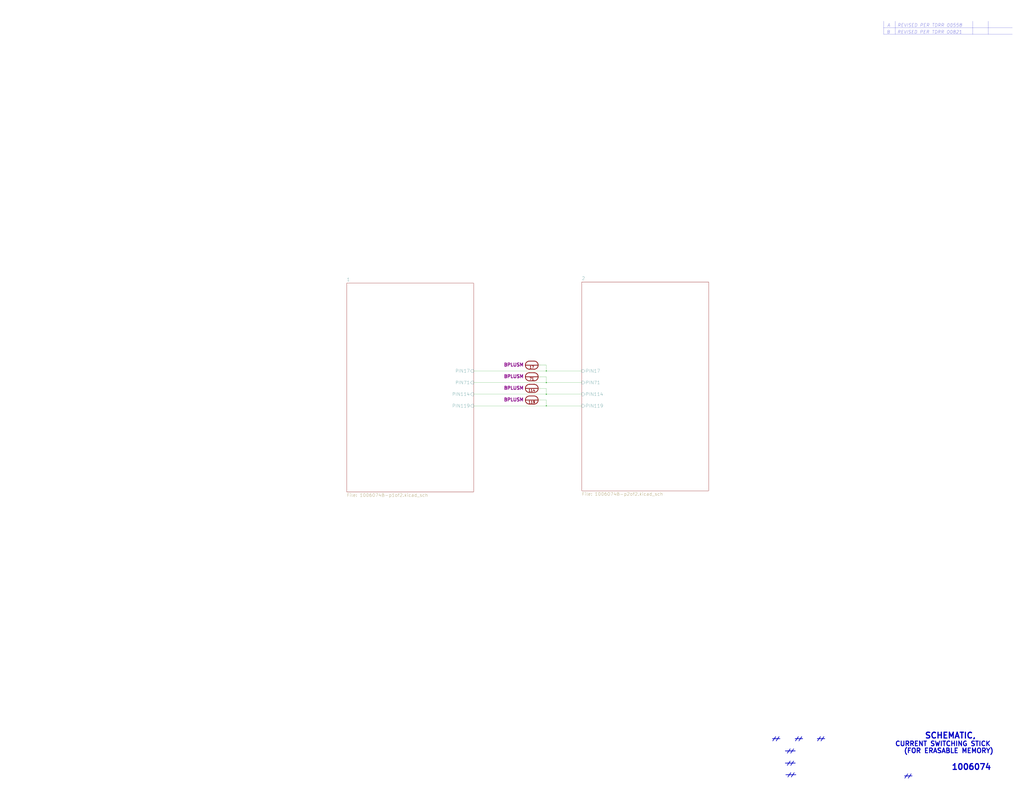
<source format=kicad_sch>
(kicad_sch (version 20211123) (generator eeschema)
  (paper "E")
  (lib_symbols
    (symbol "AGC_DSKY:ConnectorBlockI" (pin_numbers hide) (pin_names (offset 0) hide)
      (property "Caption" "PAD" (at 0 5.715 0))
      (property "Pin0" "NNN" (at 0 0.762 0))
      (symbol "ConnectorBlockI_0_0"
        (arc (start -2.54 4.445) (mid -6.985 0) (end -2.54 -4.445) (stroke (width 0.762)))
        (polyline (pts (xy -6.985 0) (xy 6.985 0)) (stroke (width 0.762)))
        (polyline (pts (xy -2.54 -4.445) (xy 2.54 -4.445)) (stroke (width 0.762)))
        (polyline (pts (xy -2.54 4.445) (xy 2.54 4.445)) (stroke (width 0.762)))
        (arc (start 2.54 -4.445) (mid 6.985 0) (end 2.54 4.445) (stroke (width 0.762)))
      )
      (symbol "ConnectorBlockI_1_0"
        (text "1" (at 0 -2.286 0) (effects (font (size 2.54 2.54) bold)))
      )
      (symbol "ConnectorBlockI_1_1"
        (pin passive line (at 6.985 0 180) (length 0) (name "1") (number "1"))
      )
      (symbol "ConnectorBlockI_1_2"
        (pin passive line (at 0 4.445 270) (length 0) (name "1") (number "1"))
      )
      (symbol "ConnectorBlockI_2_0"
        (text "2" (at 0 -2.286 0) (effects (font (size 2.54 2.54) bold)))
      )
      (symbol "ConnectorBlockI_2_1"
        (pin passive line (at 6.985 0 180) (length 0) (name "2") (number "2"))
      )
      (symbol "ConnectorBlockI_2_2"
        (pin passive line (at 0 4.445 270) (length 0) (name "2") (number "2"))
      )
      (symbol "ConnectorBlockI_3_0"
        (text "3" (at 0 -2.286 0) (effects (font (size 2.54 2.54) bold)))
      )
      (symbol "ConnectorBlockI_3_1"
        (pin passive line (at 6.985 0 180) (length 0) (name "3") (number "3"))
      )
      (symbol "ConnectorBlockI_3_2"
        (pin passive line (at 0 4.445 270) (length 0) (name "3") (number "3"))
      )
      (symbol "ConnectorBlockI_4_0"
        (text "4" (at 0 -2.286 0) (effects (font (size 2.54 2.54) bold)))
      )
      (symbol "ConnectorBlockI_4_1"
        (pin passive line (at 6.985 0 180) (length 0) (name "4") (number "4"))
      )
      (symbol "ConnectorBlockI_4_2"
        (pin passive line (at 0 4.445 270) (length 0) (name "4") (number "4"))
      )
      (symbol "ConnectorBlockI_5_0"
        (text "5" (at 0 -2.286 0) (effects (font (size 2.54 2.54) bold)))
      )
      (symbol "ConnectorBlockI_5_1"
        (pin passive line (at 6.985 0 180) (length 0) (name "5") (number "5"))
      )
      (symbol "ConnectorBlockI_5_2"
        (pin passive line (at 0 4.445 270) (length 0) (name "5") (number "5"))
      )
      (symbol "ConnectorBlockI_6_0"
        (text "6" (at 0 -2.286 0) (effects (font (size 2.54 2.54) bold)))
      )
      (symbol "ConnectorBlockI_6_1"
        (pin passive line (at 6.985 0 180) (length 0) (name "6") (number "6"))
      )
      (symbol "ConnectorBlockI_6_2"
        (pin passive line (at 0 4.445 270) (length 0) (name "6") (number "6"))
      )
      (symbol "ConnectorBlockI_7_0"
        (text "7" (at 0 -2.286 0) (effects (font (size 2.54 2.54) bold)))
      )
      (symbol "ConnectorBlockI_7_1"
        (pin passive line (at 6.985 0 180) (length 0) (name "7") (number "7"))
      )
      (symbol "ConnectorBlockI_7_2"
        (pin passive line (at 0 4.445 270) (length 0) (name "7") (number "7"))
      )
      (symbol "ConnectorBlockI_8_0"
        (text "8" (at 0 -2.286 0) (effects (font (size 2.54 2.54) bold)))
      )
      (symbol "ConnectorBlockI_8_1"
        (pin passive line (at 6.985 0 180) (length 0) (name "8") (number "8"))
      )
      (symbol "ConnectorBlockI_8_2"
        (pin passive line (at 0 4.445 270) (length 0) (name "8") (number "8"))
      )
      (symbol "ConnectorBlockI_9_0"
        (text "9" (at 0 -2.286 0) (effects (font (size 2.54 2.54) bold)))
      )
      (symbol "ConnectorBlockI_9_1"
        (pin passive line (at 6.985 0 180) (length 0) (name "9") (number "9"))
      )
      (symbol "ConnectorBlockI_9_2"
        (pin passive line (at 0 4.445 270) (length 0) (name "9") (number "9"))
      )
      (symbol "ConnectorBlockI_10_0"
        (text "10" (at 0 -2.286 0) (effects (font (size 2.54 2.54) bold)))
      )
      (symbol "ConnectorBlockI_10_1"
        (pin passive line (at 6.985 0 180) (length 0) (name "10") (number "10"))
      )
      (symbol "ConnectorBlockI_10_2"
        (pin passive line (at 0 4.445 270) (length 0) (name "10") (number "10"))
      )
      (symbol "ConnectorBlockI_11_0"
        (text "11" (at 0 -2.286 0) (effects (font (size 2.54 2.54) bold)))
      )
      (symbol "ConnectorBlockI_11_1"
        (pin passive line (at 6.985 0 180) (length 0) (name "11") (number "11"))
      )
      (symbol "ConnectorBlockI_11_2"
        (pin passive line (at 0 4.445 270) (length 0) (name "11") (number "11"))
      )
      (symbol "ConnectorBlockI_12_0"
        (text "12" (at 0 -2.286 0) (effects (font (size 2.54 2.54) bold)))
      )
      (symbol "ConnectorBlockI_12_1"
        (pin passive line (at 6.985 0 180) (length 0) (name "12") (number "12"))
      )
      (symbol "ConnectorBlockI_12_2"
        (pin passive line (at 0 4.445 270) (length 0) (name "12") (number "12"))
      )
      (symbol "ConnectorBlockI_13_0"
        (text "13" (at 0 -2.286 0) (effects (font (size 2.54 2.54) bold)))
      )
      (symbol "ConnectorBlockI_13_1"
        (pin passive line (at 6.985 0 180) (length 0) (name "13") (number "13"))
      )
      (symbol "ConnectorBlockI_13_2"
        (pin passive line (at 0 4.445 270) (length 0) (name "13") (number "13"))
      )
      (symbol "ConnectorBlockI_14_0"
        (text "14" (at 0 -2.286 0) (effects (font (size 2.54 2.54) bold)))
      )
      (symbol "ConnectorBlockI_14_1"
        (pin passive line (at 6.985 0 180) (length 0) (name "14") (number "14"))
      )
      (symbol "ConnectorBlockI_14_2"
        (pin passive line (at 0 4.445 270) (length 0) (name "14") (number "14"))
      )
      (symbol "ConnectorBlockI_15_0"
        (text "15" (at 0 -2.286 0) (effects (font (size 2.54 2.54) bold)))
      )
      (symbol "ConnectorBlockI_15_1"
        (pin passive line (at 6.985 0 180) (length 0) (name "15") (number "15"))
      )
      (symbol "ConnectorBlockI_15_2"
        (pin passive line (at 0 4.445 270) (length 0) (name "15") (number "15"))
      )
      (symbol "ConnectorBlockI_16_0"
        (text "16" (at 0 -2.286 0) (effects (font (size 2.54 2.54) bold)))
      )
      (symbol "ConnectorBlockI_16_1"
        (pin passive line (at 6.985 0 180) (length 0) (name "16") (number "16"))
      )
      (symbol "ConnectorBlockI_16_2"
        (pin passive line (at 0 4.445 270) (length 0) (name "16") (number "16"))
      )
      (symbol "ConnectorBlockI_17_0"
        (text "17" (at 0 -2.286 0) (effects (font (size 2.54 2.54) bold)))
      )
      (symbol "ConnectorBlockI_17_1"
        (pin passive line (at 6.985 0 180) (length 0) (name "17") (number "17"))
      )
      (symbol "ConnectorBlockI_17_2"
        (pin passive line (at 0 4.445 270) (length 0) (name "17") (number "17"))
      )
      (symbol "ConnectorBlockI_18_0"
        (text "18" (at 0 -2.286 0) (effects (font (size 2.54 2.54) bold)))
      )
      (symbol "ConnectorBlockI_18_1"
        (pin passive line (at 6.985 0 180) (length 0) (name "18") (number "18"))
      )
      (symbol "ConnectorBlockI_18_2"
        (pin passive line (at 0 4.445 270) (length 0) (name "18") (number "18"))
      )
      (symbol "ConnectorBlockI_19_0"
        (text "19" (at 0 -2.286 0) (effects (font (size 2.54 2.54) bold)))
      )
      (symbol "ConnectorBlockI_19_1"
        (pin passive line (at 6.985 0 180) (length 0) (name "19") (number "19"))
      )
      (symbol "ConnectorBlockI_19_2"
        (pin passive line (at 0 4.445 270) (length 0) (name "19") (number "19"))
      )
      (symbol "ConnectorBlockI_20_0"
        (text "20" (at 0 -2.286 0) (effects (font (size 2.54 2.54) bold)))
      )
      (symbol "ConnectorBlockI_20_1"
        (pin passive line (at 6.985 0 180) (length 0) (name "20") (number "20"))
      )
      (symbol "ConnectorBlockI_20_2"
        (pin passive line (at 0 4.445 270) (length 0) (name "20") (number "20"))
      )
      (symbol "ConnectorBlockI_21_0"
        (text "21" (at 0 -2.286 0) (effects (font (size 2.54 2.54) bold)))
      )
      (symbol "ConnectorBlockI_21_1"
        (pin passive line (at 6.985 0 180) (length 0) (name "21") (number "21"))
      )
      (symbol "ConnectorBlockI_21_2"
        (pin passive line (at 0 4.445 270) (length 0) (name "21") (number "21"))
      )
      (symbol "ConnectorBlockI_22_0"
        (text "22" (at 0 -2.286 0) (effects (font (size 2.54 2.54) bold)))
      )
      (symbol "ConnectorBlockI_22_1"
        (pin passive line (at 6.985 0 180) (length 0) (name "22") (number "22"))
      )
      (symbol "ConnectorBlockI_22_2"
        (pin passive line (at 0 4.445 270) (length 0) (name "22") (number "22"))
      )
      (symbol "ConnectorBlockI_23_0"
        (text "23" (at 0 -2.286 0) (effects (font (size 2.54 2.54) bold)))
      )
      (symbol "ConnectorBlockI_23_1"
        (pin passive line (at 6.985 0 180) (length 0) (name "23") (number "23"))
      )
      (symbol "ConnectorBlockI_23_2"
        (pin passive line (at 0 4.445 270) (length 0) (name "23") (number "23"))
      )
      (symbol "ConnectorBlockI_24_0"
        (text "24" (at 0 -2.286 0) (effects (font (size 2.54 2.54) bold)))
      )
      (symbol "ConnectorBlockI_24_1"
        (pin passive line (at 6.985 0 180) (length 0) (name "24") (number "24"))
      )
      (symbol "ConnectorBlockI_24_2"
        (pin passive line (at 0 4.445 270) (length 0) (name "24") (number "24"))
      )
      (symbol "ConnectorBlockI_25_0"
        (text "25" (at 0 -2.286 0) (effects (font (size 2.54 2.54) bold)))
      )
      (symbol "ConnectorBlockI_25_1"
        (pin passive line (at 6.985 0 180) (length 0) (name "25") (number "25"))
      )
      (symbol "ConnectorBlockI_25_2"
        (pin passive line (at 0 4.445 270) (length 0) (name "25") (number "25"))
      )
      (symbol "ConnectorBlockI_26_0"
        (text "26" (at 0 -2.286 0) (effects (font (size 2.54 2.54) bold)))
      )
      (symbol "ConnectorBlockI_26_1"
        (pin passive line (at 6.985 0 180) (length 0) (name "26") (number "26"))
      )
      (symbol "ConnectorBlockI_26_2"
        (pin passive line (at 0 4.445 270) (length 0) (name "26") (number "26"))
      )
      (symbol "ConnectorBlockI_27_0"
        (text "27" (at 0 -2.286 0) (effects (font (size 2.54 2.54) bold)))
      )
      (symbol "ConnectorBlockI_27_1"
        (pin passive line (at 6.985 0 180) (length 0) (name "27") (number "27"))
      )
      (symbol "ConnectorBlockI_27_2"
        (pin passive line (at 0 4.445 270) (length 0) (name "27") (number "27"))
      )
      (symbol "ConnectorBlockI_28_0"
        (text "28" (at 0 -2.286 0) (effects (font (size 2.54 2.54) bold)))
      )
      (symbol "ConnectorBlockI_28_1"
        (pin passive line (at 6.985 0 180) (length 0) (name "28") (number "28"))
      )
      (symbol "ConnectorBlockI_28_2"
        (pin passive line (at 0 4.445 270) (length 0) (name "28") (number "28"))
      )
      (symbol "ConnectorBlockI_29_0"
        (text "29" (at 0 -2.286 0) (effects (font (size 2.54 2.54) bold)))
      )
      (symbol "ConnectorBlockI_29_1"
        (pin passive line (at 6.985 0 180) (length 0) (name "29") (number "29"))
      )
      (symbol "ConnectorBlockI_29_2"
        (pin passive line (at 0 4.445 270) (length 0) (name "29") (number "29"))
      )
      (symbol "ConnectorBlockI_30_0"
        (text "30" (at 0 -2.286 0) (effects (font (size 2.54 2.54) bold)))
      )
      (symbol "ConnectorBlockI_30_1"
        (pin passive line (at 6.985 0 180) (length 0) (name "30") (number "30"))
      )
      (symbol "ConnectorBlockI_30_2"
        (pin passive line (at 0 4.445 270) (length 0) (name "30") (number "30"))
      )
      (symbol "ConnectorBlockI_31_0"
        (text "31" (at 0 -2.286 0) (effects (font (size 2.54 2.54) bold)))
      )
      (symbol "ConnectorBlockI_31_1"
        (pin passive line (at 6.985 0 180) (length 0) (name "31") (number "31"))
      )
      (symbol "ConnectorBlockI_31_2"
        (pin passive line (at 0 4.445 270) (length 0) (name "31") (number "31"))
      )
      (symbol "ConnectorBlockI_32_0"
        (text "32" (at 0 -2.286 0) (effects (font (size 2.54 2.54) bold)))
      )
      (symbol "ConnectorBlockI_32_1"
        (pin passive line (at 6.985 0 180) (length 0) (name "32") (number "32"))
      )
      (symbol "ConnectorBlockI_32_2"
        (pin passive line (at 0 4.445 270) (length 0) (name "32") (number "32"))
      )
      (symbol "ConnectorBlockI_33_0"
        (text "33" (at 0 -2.286 0) (effects (font (size 2.54 2.54) bold)))
      )
      (symbol "ConnectorBlockI_33_1"
        (pin passive line (at 6.985 0 180) (length 0) (name "33") (number "33"))
      )
      (symbol "ConnectorBlockI_33_2"
        (pin passive line (at 0 4.445 270) (length 0) (name "33") (number "33"))
      )
      (symbol "ConnectorBlockI_34_0"
        (text "34" (at 0 -2.286 0) (effects (font (size 2.54 2.54) bold)))
      )
      (symbol "ConnectorBlockI_34_1"
        (pin passive line (at 6.985 0 180) (length 0) (name "34") (number "34"))
      )
      (symbol "ConnectorBlockI_34_2"
        (pin passive line (at 0 4.445 270) (length 0) (name "34") (number "34"))
      )
      (symbol "ConnectorBlockI_35_0"
        (text "35" (at 0 -2.286 0) (effects (font (size 2.54 2.54) bold)))
      )
      (symbol "ConnectorBlockI_35_1"
        (pin passive line (at 6.985 0 180) (length 0) (name "35") (number "35"))
      )
      (symbol "ConnectorBlockI_35_2"
        (pin passive line (at 0 4.445 270) (length 0) (name "35") (number "35"))
      )
      (symbol "ConnectorBlockI_36_0"
        (text "36" (at 0 -2.286 0) (effects (font (size 2.54 2.54) bold)))
      )
      (symbol "ConnectorBlockI_36_1"
        (pin passive line (at 6.985 0 180) (length 0) (name "36") (number "36"))
      )
      (symbol "ConnectorBlockI_36_2"
        (pin passive line (at 0 4.445 270) (length 0) (name "36") (number "36"))
      )
      (symbol "ConnectorBlockI_37_0"
        (text "37" (at 0 -2.286 0) (effects (font (size 2.54 2.54) bold)))
      )
      (symbol "ConnectorBlockI_37_1"
        (pin passive line (at 6.985 0 180) (length 0) (name "37") (number "37"))
      )
      (symbol "ConnectorBlockI_37_2"
        (pin passive line (at 0 4.445 270) (length 0) (name "37") (number "37"))
      )
      (symbol "ConnectorBlockI_38_0"
        (text "38" (at 0 -2.286 0) (effects (font (size 2.54 2.54) bold)))
      )
      (symbol "ConnectorBlockI_38_1"
        (pin passive line (at 6.985 0 180) (length 0) (name "38") (number "38"))
      )
      (symbol "ConnectorBlockI_38_2"
        (pin passive line (at 0 4.445 270) (length 0) (name "38") (number "38"))
      )
      (symbol "ConnectorBlockI_39_0"
        (text "39" (at 0 -2.286 0) (effects (font (size 2.54 2.54) bold)))
      )
      (symbol "ConnectorBlockI_39_1"
        (pin passive line (at 6.985 0 180) (length 0) (name "39") (number "39"))
      )
      (symbol "ConnectorBlockI_39_2"
        (pin passive line (at 0 4.445 270) (length 0) (name "39") (number "39"))
      )
      (symbol "ConnectorBlockI_40_0"
        (text "40" (at 0 -2.286 0) (effects (font (size 2.54 2.54) bold)))
      )
      (symbol "ConnectorBlockI_40_1"
        (pin passive line (at 6.985 0 180) (length 0) (name "40") (number "40"))
      )
      (symbol "ConnectorBlockI_40_2"
        (pin passive line (at 0 4.445 270) (length 0) (name "40") (number "40"))
      )
      (symbol "ConnectorBlockI_41_0"
        (text "41" (at 0 -2.286 0) (effects (font (size 2.54 2.54) bold)))
      )
      (symbol "ConnectorBlockI_41_1"
        (pin passive line (at 6.985 0 180) (length 0) (name "41") (number "41"))
      )
      (symbol "ConnectorBlockI_41_2"
        (pin passive line (at 0 4.445 270) (length 0) (name "41") (number "41"))
      )
      (symbol "ConnectorBlockI_42_0"
        (text "42" (at 0 -2.286 0) (effects (font (size 2.54 2.54) bold)))
      )
      (symbol "ConnectorBlockI_42_1"
        (pin passive line (at 6.985 0 180) (length 0) (name "42") (number "42"))
      )
      (symbol "ConnectorBlockI_42_2"
        (pin passive line (at 0 4.445 270) (length 0) (name "42") (number "42"))
      )
      (symbol "ConnectorBlockI_43_0"
        (text "43" (at 0 -2.286 0) (effects (font (size 2.54 2.54) bold)))
      )
      (symbol "ConnectorBlockI_43_1"
        (pin passive line (at 6.985 0 180) (length 0) (name "43") (number "43"))
      )
      (symbol "ConnectorBlockI_43_2"
        (pin passive line (at 0 4.445 270) (length 0) (name "43") (number "43"))
      )
      (symbol "ConnectorBlockI_44_0"
        (text "44" (at 0 -2.286 0) (effects (font (size 2.54 2.54) bold)))
      )
      (symbol "ConnectorBlockI_44_1"
        (pin passive line (at 6.985 0 180) (length 0) (name "44") (number "44"))
      )
      (symbol "ConnectorBlockI_44_2"
        (pin passive line (at 0 4.445 270) (length 0) (name "44") (number "44"))
      )
      (symbol "ConnectorBlockI_45_0"
        (text "45" (at 0 -2.286 0) (effects (font (size 2.54 2.54) bold)))
      )
      (symbol "ConnectorBlockI_45_1"
        (pin passive line (at 6.985 0 180) (length 0) (name "45") (number "45"))
      )
      (symbol "ConnectorBlockI_45_2"
        (pin passive line (at 0 4.445 270) (length 0) (name "45") (number "45"))
      )
      (symbol "ConnectorBlockI_46_0"
        (text "46" (at 0 -2.286 0) (effects (font (size 2.54 2.54) bold)))
      )
      (symbol "ConnectorBlockI_46_1"
        (pin passive line (at 6.985 0 180) (length 0) (name "46") (number "46"))
      )
      (symbol "ConnectorBlockI_46_2"
        (pin passive line (at 0 4.445 270) (length 0) (name "46") (number "46"))
      )
      (symbol "ConnectorBlockI_47_0"
        (text "47" (at 0 -2.286 0) (effects (font (size 2.54 2.54) bold)))
      )
      (symbol "ConnectorBlockI_47_1"
        (pin passive line (at 6.985 0 180) (length 0) (name "47") (number "47"))
      )
      (symbol "ConnectorBlockI_47_2"
        (pin passive line (at 0 4.445 270) (length 0) (name "47") (number "47"))
      )
      (symbol "ConnectorBlockI_48_0"
        (text "48" (at 0 -2.286 0) (effects (font (size 2.54 2.54) bold)))
      )
      (symbol "ConnectorBlockI_48_1"
        (pin passive line (at 6.985 0 180) (length 0) (name "48") (number "48"))
      )
      (symbol "ConnectorBlockI_48_2"
        (pin passive line (at 0 4.445 270) (length 0) (name "48") (number "48"))
      )
      (symbol "ConnectorBlockI_49_0"
        (text "49" (at 0 -2.286 0) (effects (font (size 2.54 2.54) bold)))
      )
      (symbol "ConnectorBlockI_49_1"
        (pin passive line (at 6.985 0 180) (length 0) (name "49") (number "49"))
      )
      (symbol "ConnectorBlockI_49_2"
        (pin passive line (at 0 4.445 270) (length 0) (name "49") (number "49"))
      )
      (symbol "ConnectorBlockI_50_0"
        (text "50" (at 0 -2.286 0) (effects (font (size 2.54 2.54) bold)))
      )
      (symbol "ConnectorBlockI_50_1"
        (pin passive line (at 6.985 0 180) (length 0) (name "50") (number "50"))
      )
      (symbol "ConnectorBlockI_50_2"
        (pin passive line (at 0 4.445 270) (length 0) (name "50") (number "50"))
      )
      (symbol "ConnectorBlockI_51_0"
        (text "51" (at 0 -2.286 0) (effects (font (size 2.54 2.54) bold)))
      )
      (symbol "ConnectorBlockI_51_1"
        (pin passive line (at 6.985 0 180) (length 0) (name "51") (number "51"))
      )
      (symbol "ConnectorBlockI_51_2"
        (pin passive line (at 0 4.445 270) (length 0) (name "51") (number "51"))
      )
      (symbol "ConnectorBlockI_52_0"
        (text "52" (at 0 -2.286 0) (effects (font (size 2.54 2.54) bold)))
      )
      (symbol "ConnectorBlockI_52_1"
        (pin passive line (at 6.985 0 180) (length 0) (name "52") (number "52"))
      )
      (symbol "ConnectorBlockI_52_2"
        (pin passive line (at 0 4.445 270) (length 0) (name "52") (number "52"))
      )
      (symbol "ConnectorBlockI_53_0"
        (text "53" (at 0 -2.286 0) (effects (font (size 2.54 2.54) bold)))
      )
      (symbol "ConnectorBlockI_53_1"
        (pin passive line (at 6.985 0 180) (length 0) (name "53") (number "53"))
      )
      (symbol "ConnectorBlockI_53_2"
        (pin passive line (at 0 4.445 270) (length 0) (name "53") (number "53"))
      )
      (symbol "ConnectorBlockI_54_0"
        (text "54" (at 0 -2.286 0) (effects (font (size 2.54 2.54) bold)))
      )
      (symbol "ConnectorBlockI_54_1"
        (pin passive line (at 6.985 0 180) (length 0) (name "54") (number "54"))
      )
      (symbol "ConnectorBlockI_54_2"
        (pin passive line (at 0 4.445 270) (length 0) (name "54") (number "54"))
      )
      (symbol "ConnectorBlockI_55_0"
        (text "55" (at 0 -2.286 0) (effects (font (size 2.54 2.54) bold)))
      )
      (symbol "ConnectorBlockI_55_1"
        (pin passive line (at 6.985 0 180) (length 0) (name "55") (number "55"))
      )
      (symbol "ConnectorBlockI_55_2"
        (pin passive line (at 0 4.445 270) (length 0) (name "55") (number "55"))
      )
      (symbol "ConnectorBlockI_56_0"
        (text "56" (at 0 -2.286 0) (effects (font (size 2.54 2.54) bold)))
      )
      (symbol "ConnectorBlockI_56_1"
        (pin passive line (at 6.985 0 180) (length 0) (name "56") (number "56"))
      )
      (symbol "ConnectorBlockI_56_2"
        (pin passive line (at 0 4.445 270) (length 0) (name "56") (number "56"))
      )
      (symbol "ConnectorBlockI_57_0"
        (text "57" (at 0 -2.286 0) (effects (font (size 2.54 2.54) bold)))
      )
      (symbol "ConnectorBlockI_57_1"
        (pin passive line (at 6.985 0 180) (length 0) (name "57") (number "57"))
      )
      (symbol "ConnectorBlockI_57_2"
        (pin passive line (at 0 4.445 270) (length 0) (name "57") (number "57"))
      )
      (symbol "ConnectorBlockI_58_0"
        (text "58" (at 0 -2.286 0) (effects (font (size 2.54 2.54) bold)))
      )
      (symbol "ConnectorBlockI_58_1"
        (pin passive line (at 6.985 0 180) (length 0) (name "58") (number "58"))
      )
      (symbol "ConnectorBlockI_58_2"
        (pin passive line (at 0 4.445 270) (length 0) (name "58") (number "58"))
      )
      (symbol "ConnectorBlockI_59_0"
        (text "59" (at 0 -2.286 0) (effects (font (size 2.54 2.54) bold)))
      )
      (symbol "ConnectorBlockI_59_1"
        (pin passive line (at 6.985 0 180) (length 0) (name "59") (number "59"))
      )
      (symbol "ConnectorBlockI_59_2"
        (pin passive line (at 0 4.445 270) (length 0) (name "59") (number "59"))
      )
      (symbol "ConnectorBlockI_60_0"
        (text "60" (at 0 -2.286 0) (effects (font (size 2.54 2.54) bold)))
      )
      (symbol "ConnectorBlockI_60_1"
        (pin passive line (at 6.985 0 180) (length 0) (name "60") (number "60"))
      )
      (symbol "ConnectorBlockI_60_2"
        (pin passive line (at 0 4.445 270) (length 0) (name "60") (number "60"))
      )
      (symbol "ConnectorBlockI_61_0"
        (text "61" (at 0 -2.286 0) (effects (font (size 2.54 2.54) bold)))
      )
      (symbol "ConnectorBlockI_61_1"
        (pin passive line (at 6.985 0 180) (length 0) (name "61") (number "61"))
      )
      (symbol "ConnectorBlockI_61_2"
        (pin passive line (at 0 4.445 270) (length 0) (name "61") (number "61"))
      )
      (symbol "ConnectorBlockI_62_0"
        (text "62" (at 0 -2.286 0) (effects (font (size 2.54 2.54) bold)))
      )
      (symbol "ConnectorBlockI_62_1"
        (pin passive line (at 6.985 0 180) (length 0) (name "62") (number "62"))
      )
      (symbol "ConnectorBlockI_62_2"
        (pin passive line (at 0 4.445 270) (length 0) (name "62") (number "62"))
      )
      (symbol "ConnectorBlockI_63_0"
        (text "63" (at 0 -2.286 0) (effects (font (size 2.54 2.54) bold)))
      )
      (symbol "ConnectorBlockI_63_1"
        (pin passive line (at 6.985 0 180) (length 0) (name "63") (number "63"))
      )
      (symbol "ConnectorBlockI_63_2"
        (pin passive line (at 0 4.445 270) (length 0) (name "63") (number "63"))
      )
      (symbol "ConnectorBlockI_64_0"
        (text "64" (at 0 -2.286 0) (effects (font (size 2.54 2.54) bold)))
      )
      (symbol "ConnectorBlockI_64_1"
        (pin passive line (at 6.985 0 180) (length 0) (name "64") (number "64"))
      )
      (symbol "ConnectorBlockI_64_2"
        (pin passive line (at 0 4.445 270) (length 0) (name "64") (number "64"))
      )
      (symbol "ConnectorBlockI_65_0"
        (text "65" (at 0 -2.286 0) (effects (font (size 2.54 2.54) bold)))
      )
      (symbol "ConnectorBlockI_65_1"
        (pin passive line (at 6.985 0 180) (length 0) (name "65") (number "65"))
      )
      (symbol "ConnectorBlockI_65_2"
        (pin passive line (at 0 4.445 270) (length 0) (name "65") (number "65"))
      )
      (symbol "ConnectorBlockI_66_0"
        (text "66" (at 0 -2.286 0) (effects (font (size 2.54 2.54) bold)))
      )
      (symbol "ConnectorBlockI_66_1"
        (pin passive line (at 6.985 0 180) (length 0) (name "66") (number "66"))
      )
      (symbol "ConnectorBlockI_66_2"
        (pin passive line (at 0 4.445 270) (length 0) (name "66") (number "66"))
      )
      (symbol "ConnectorBlockI_67_0"
        (text "67" (at 0 -2.286 0) (effects (font (size 2.54 2.54) bold)))
      )
      (symbol "ConnectorBlockI_67_1"
        (pin passive line (at 6.985 0 180) (length 0) (name "67") (number "67"))
      )
      (symbol "ConnectorBlockI_67_2"
        (pin passive line (at 0 4.445 270) (length 0) (name "67") (number "67"))
      )
      (symbol "ConnectorBlockI_68_0"
        (text "68" (at 0 -2.286 0) (effects (font (size 2.54 2.54) bold)))
      )
      (symbol "ConnectorBlockI_68_1"
        (pin passive line (at 6.985 0 180) (length 0) (name "68") (number "68"))
      )
      (symbol "ConnectorBlockI_68_2"
        (pin passive line (at 0 4.445 270) (length 0) (name "68") (number "68"))
      )
      (symbol "ConnectorBlockI_69_0"
        (text "69" (at 0 -2.286 0) (effects (font (size 2.54 2.54) bold)))
      )
      (symbol "ConnectorBlockI_69_1"
        (pin passive line (at 6.985 0 180) (length 0) (name "69") (number "69"))
      )
      (symbol "ConnectorBlockI_69_2"
        (pin passive line (at 0 4.445 270) (length 0) (name "69") (number "69"))
      )
      (symbol "ConnectorBlockI_70_0"
        (text "70" (at 0 -2.286 0) (effects (font (size 2.54 2.54) bold)))
      )
      (symbol "ConnectorBlockI_70_1"
        (pin passive line (at 6.985 0 180) (length 0) (name "70") (number "70"))
      )
      (symbol "ConnectorBlockI_70_2"
        (pin passive line (at 0 4.445 270) (length 0) (name "70") (number "70"))
      )
      (symbol "ConnectorBlockI_71_0"
        (text "71" (at 0 -2.286 0) (effects (font (size 2.54 2.54) bold)))
      )
      (symbol "ConnectorBlockI_71_1"
        (pin passive line (at 6.985 0 180) (length 0) (name "71") (number "71"))
      )
      (symbol "ConnectorBlockI_71_2"
        (pin passive line (at 0 4.445 270) (length 0) (name "71") (number "71"))
      )
      (symbol "ConnectorBlockI_72_0"
        (text "72" (at 0 -2.286 0) (effects (font (size 2.54 2.54) bold)))
      )
      (symbol "ConnectorBlockI_72_1"
        (pin passive line (at 6.985 0 180) (length 0) (name "72") (number "72"))
      )
      (symbol "ConnectorBlockI_72_2"
        (pin passive line (at 0 4.445 270) (length 0) (name "72") (number "72"))
      )
      (symbol "ConnectorBlockI_73_0"
        (text "73" (at 0 -2.286 0) (effects (font (size 2.54 2.54) bold)))
      )
      (symbol "ConnectorBlockI_73_1"
        (pin passive line (at 6.985 0 180) (length 0) (name "73") (number "73"))
      )
      (symbol "ConnectorBlockI_73_2"
        (pin passive line (at 0 4.445 270) (length 0) (name "73") (number "73"))
      )
      (symbol "ConnectorBlockI_74_0"
        (text "74" (at 0 -2.286 0) (effects (font (size 2.54 2.54) bold)))
      )
      (symbol "ConnectorBlockI_74_1"
        (pin passive line (at 6.985 0 180) (length 0) (name "74") (number "74"))
      )
      (symbol "ConnectorBlockI_74_2"
        (pin passive line (at 0 4.445 270) (length 0) (name "74") (number "74"))
      )
      (symbol "ConnectorBlockI_75_0"
        (text "75" (at 0 -2.286 0) (effects (font (size 2.54 2.54) bold)))
      )
      (symbol "ConnectorBlockI_75_1"
        (pin passive line (at 6.985 0 180) (length 0) (name "75") (number "75"))
      )
      (symbol "ConnectorBlockI_75_2"
        (pin passive line (at 0 4.445 270) (length 0) (name "75") (number "75"))
      )
      (symbol "ConnectorBlockI_76_0"
        (text "76" (at 0 -2.286 0) (effects (font (size 2.54 2.54) bold)))
      )
      (symbol "ConnectorBlockI_76_1"
        (pin passive line (at 6.985 0 180) (length 0) (name "76") (number "76"))
      )
      (symbol "ConnectorBlockI_76_2"
        (pin passive line (at 0 4.445 270) (length 0) (name "76") (number "76"))
      )
      (symbol "ConnectorBlockI_77_0"
        (text "77" (at 0 -2.286 0) (effects (font (size 2.54 2.54) bold)))
      )
      (symbol "ConnectorBlockI_77_1"
        (pin passive line (at 6.985 0 180) (length 0) (name "77") (number "77"))
      )
      (symbol "ConnectorBlockI_77_2"
        (pin passive line (at 0 4.445 270) (length 0) (name "77") (number "77"))
      )
      (symbol "ConnectorBlockI_78_0"
        (text "78" (at 0 -2.286 0) (effects (font (size 2.54 2.54) bold)))
      )
      (symbol "ConnectorBlockI_78_1"
        (pin passive line (at 6.985 0 180) (length 0) (name "78") (number "78"))
      )
      (symbol "ConnectorBlockI_78_2"
        (pin passive line (at 0 4.445 270) (length 0) (name "78") (number "78"))
      )
      (symbol "ConnectorBlockI_79_0"
        (text "79" (at 0 -2.286 0) (effects (font (size 2.54 2.54) bold)))
      )
      (symbol "ConnectorBlockI_79_1"
        (pin passive line (at 6.985 0 180) (length 0) (name "79") (number "79"))
      )
      (symbol "ConnectorBlockI_79_2"
        (pin passive line (at 0 4.445 270) (length 0) (name "79") (number "79"))
      )
      (symbol "ConnectorBlockI_80_0"
        (text "80" (at 0 -2.286 0) (effects (font (size 2.54 2.54) bold)))
      )
      (symbol "ConnectorBlockI_80_1"
        (pin passive line (at 6.985 0 180) (length 0) (name "80") (number "80"))
      )
      (symbol "ConnectorBlockI_80_2"
        (pin passive line (at 0 4.445 270) (length 0) (name "80") (number "80"))
      )
      (symbol "ConnectorBlockI_81_0"
        (text "81" (at 0 -2.286 0) (effects (font (size 2.54 2.54) bold)))
      )
      (symbol "ConnectorBlockI_81_1"
        (pin passive line (at 6.985 0 180) (length 0) (name "81") (number "81"))
      )
      (symbol "ConnectorBlockI_81_2"
        (pin passive line (at 0 4.445 270) (length 0) (name "81") (number "81"))
      )
      (symbol "ConnectorBlockI_82_0"
        (text "82" (at 0 -2.286 0) (effects (font (size 2.54 2.54) bold)))
      )
      (symbol "ConnectorBlockI_82_1"
        (pin passive line (at 6.985 0 180) (length 0) (name "82") (number "82"))
      )
      (symbol "ConnectorBlockI_82_2"
        (pin passive line (at 0 4.445 270) (length 0) (name "82") (number "82"))
      )
      (symbol "ConnectorBlockI_83_0"
        (text "83" (at 0 -2.286 0) (effects (font (size 2.54 2.54) bold)))
      )
      (symbol "ConnectorBlockI_83_1"
        (pin passive line (at 6.985 0 180) (length 0) (name "83") (number "83"))
      )
      (symbol "ConnectorBlockI_83_2"
        (pin passive line (at 0 4.445 270) (length 0) (name "83") (number "83"))
      )
      (symbol "ConnectorBlockI_84_0"
        (text "84" (at 0 -2.286 0) (effects (font (size 2.54 2.54) bold)))
      )
      (symbol "ConnectorBlockI_84_1"
        (pin passive line (at 6.985 0 180) (length 0) (name "84") (number "84"))
      )
      (symbol "ConnectorBlockI_84_2"
        (pin passive line (at 0 4.445 270) (length 0) (name "84") (number "84"))
      )
      (symbol "ConnectorBlockI_85_0"
        (text "85" (at 0 -2.286 0) (effects (font (size 2.54 2.54) bold)))
      )
      (symbol "ConnectorBlockI_85_1"
        (pin passive line (at 6.985 0 180) (length 0) (name "85") (number "85"))
      )
      (symbol "ConnectorBlockI_85_2"
        (pin passive line (at 0 4.445 270) (length 0) (name "85") (number "85"))
      )
      (symbol "ConnectorBlockI_86_0"
        (text "86" (at 0 -2.286 0) (effects (font (size 2.54 2.54) bold)))
      )
      (symbol "ConnectorBlockI_86_1"
        (pin passive line (at 6.985 0 180) (length 0) (name "86") (number "86"))
      )
      (symbol "ConnectorBlockI_86_2"
        (pin passive line (at 0 4.445 270) (length 0) (name "86") (number "86"))
      )
      (symbol "ConnectorBlockI_87_0"
        (text "87" (at 0 -2.286 0) (effects (font (size 2.54 2.54) bold)))
      )
      (symbol "ConnectorBlockI_87_1"
        (pin passive line (at 6.985 0 180) (length 0) (name "87") (number "87"))
      )
      (symbol "ConnectorBlockI_87_2"
        (pin passive line (at 0 4.445 270) (length 0) (name "87") (number "87"))
      )
      (symbol "ConnectorBlockI_88_0"
        (text "88" (at 0 -2.286 0) (effects (font (size 2.54 2.54) bold)))
      )
      (symbol "ConnectorBlockI_88_1"
        (pin passive line (at 6.985 0 180) (length 0) (name "88") (number "88"))
      )
      (symbol "ConnectorBlockI_88_2"
        (pin passive line (at 0 4.445 270) (length 0) (name "88") (number "88"))
      )
      (symbol "ConnectorBlockI_89_0"
        (text "89" (at 0 -2.286 0) (effects (font (size 2.54 2.54) bold)))
      )
      (symbol "ConnectorBlockI_89_1"
        (pin passive line (at 6.985 0 180) (length 0) (name "89") (number "89"))
      )
      (symbol "ConnectorBlockI_89_2"
        (pin passive line (at 0 4.445 270) (length 0) (name "89") (number "89"))
      )
      (symbol "ConnectorBlockI_90_0"
        (text "90" (at 0 -2.286 0) (effects (font (size 2.54 2.54) bold)))
      )
      (symbol "ConnectorBlockI_90_1"
        (pin passive line (at 6.985 0 180) (length 0) (name "90") (number "90"))
      )
      (symbol "ConnectorBlockI_90_2"
        (pin passive line (at 0 4.445 270) (length 0) (name "90") (number "90"))
      )
      (symbol "ConnectorBlockI_91_0"
        (text "91" (at 0 -2.286 0) (effects (font (size 2.54 2.54) bold)))
      )
      (symbol "ConnectorBlockI_91_1"
        (pin passive line (at 6.985 0 180) (length 0) (name "91") (number "91"))
      )
      (symbol "ConnectorBlockI_91_2"
        (pin passive line (at 0 4.445 270) (length 0) (name "91") (number "91"))
      )
      (symbol "ConnectorBlockI_92_0"
        (text "92" (at 0 -2.286 0) (effects (font (size 2.54 2.54) bold)))
      )
      (symbol "ConnectorBlockI_92_1"
        (pin passive line (at 6.985 0 180) (length 0) (name "92") (number "92"))
      )
      (symbol "ConnectorBlockI_92_2"
        (pin passive line (at 0 4.445 270) (length 0) (name "92") (number "92"))
      )
      (symbol "ConnectorBlockI_93_0"
        (text "93" (at 0 -2.286 0) (effects (font (size 2.54 2.54) bold)))
      )
      (symbol "ConnectorBlockI_93_1"
        (pin passive line (at 6.985 0 180) (length 0) (name "93") (number "93"))
      )
      (symbol "ConnectorBlockI_93_2"
        (pin passive line (at 0 4.445 270) (length 0) (name "93") (number "93"))
      )
      (symbol "ConnectorBlockI_94_0"
        (text "94" (at 0 -2.286 0) (effects (font (size 2.54 2.54) bold)))
      )
      (symbol "ConnectorBlockI_94_1"
        (pin passive line (at 6.985 0 180) (length 0) (name "94") (number "94"))
      )
      (symbol "ConnectorBlockI_94_2"
        (pin passive line (at 0 4.445 270) (length 0) (name "94") (number "94"))
      )
      (symbol "ConnectorBlockI_95_0"
        (text "95" (at 0 -2.286 0) (effects (font (size 2.54 2.54) bold)))
      )
      (symbol "ConnectorBlockI_95_1"
        (pin passive line (at 6.985 0 180) (length 0) (name "95") (number "95"))
      )
      (symbol "ConnectorBlockI_95_2"
        (pin passive line (at 0 4.445 270) (length 0) (name "95") (number "95"))
      )
      (symbol "ConnectorBlockI_96_0"
        (text "96" (at 0 -2.286 0) (effects (font (size 2.54 2.54) bold)))
      )
      (symbol "ConnectorBlockI_96_1"
        (pin passive line (at 6.985 0 180) (length 0) (name "96") (number "96"))
      )
      (symbol "ConnectorBlockI_96_2"
        (pin passive line (at 0 4.445 270) (length 0) (name "96") (number "96"))
      )
      (symbol "ConnectorBlockI_97_0"
        (text "97" (at 0 -2.286 0) (effects (font (size 2.54 2.54) bold)))
      )
      (symbol "ConnectorBlockI_97_1"
        (pin passive line (at 6.985 0 180) (length 0) (name "97") (number "97"))
      )
      (symbol "ConnectorBlockI_97_2"
        (pin passive line (at 0 4.445 270) (length 0) (name "97") (number "97"))
      )
      (symbol "ConnectorBlockI_98_0"
        (text "98" (at 0 -2.286 0) (effects (font (size 2.54 2.54) bold)))
      )
      (symbol "ConnectorBlockI_98_1"
        (pin passive line (at 6.985 0 180) (length 0) (name "98") (number "98"))
      )
      (symbol "ConnectorBlockI_98_2"
        (pin passive line (at 0 4.445 270) (length 0) (name "98") (number "98"))
      )
      (symbol "ConnectorBlockI_99_0"
        (text "99" (at 0 -2.286 0) (effects (font (size 2.54 2.54) bold)))
      )
      (symbol "ConnectorBlockI_99_1"
        (pin passive line (at 6.985 0 180) (length 0) (name "99") (number "99"))
      )
      (symbol "ConnectorBlockI_99_2"
        (pin passive line (at 0 4.445 270) (length 0) (name "99") (number "99"))
      )
      (symbol "ConnectorBlockI_100_0"
        (text "100" (at 0 -2.286 0) (effects (font (size 2.54 2.54) bold)))
      )
      (symbol "ConnectorBlockI_100_1"
        (pin passive line (at 6.985 0 180) (length 0) (name "100") (number "100"))
      )
      (symbol "ConnectorBlockI_100_2"
        (pin passive line (at 0 4.445 270) (length 0) (name "100") (number "100"))
      )
      (symbol "ConnectorBlockI_101_0"
        (text "101" (at 0 -2.286 0) (effects (font (size 2.54 2.54) bold)))
      )
      (symbol "ConnectorBlockI_101_1"
        (pin passive line (at 6.985 0 180) (length 0) (name "101") (number "101"))
      )
      (symbol "ConnectorBlockI_101_2"
        (pin passive line (at 0 4.445 270) (length 0) (name "101") (number "101"))
      )
      (symbol "ConnectorBlockI_102_0"
        (text "102" (at 0 -2.286 0) (effects (font (size 2.54 2.54) bold)))
      )
      (symbol "ConnectorBlockI_102_1"
        (pin passive line (at 6.985 0 180) (length 0) (name "102") (number "102"))
      )
      (symbol "ConnectorBlockI_102_2"
        (pin passive line (at 0 4.445 270) (length 0) (name "102") (number "102"))
      )
      (symbol "ConnectorBlockI_103_0"
        (text "103" (at 0 -2.286 0) (effects (font (size 2.54 2.54) bold)))
      )
      (symbol "ConnectorBlockI_103_1"
        (pin passive line (at 6.985 0 180) (length 0) (name "103") (number "103"))
      )
      (symbol "ConnectorBlockI_103_2"
        (pin passive line (at 0 4.445 270) (length 0) (name "103") (number "103"))
      )
      (symbol "ConnectorBlockI_104_0"
        (text "104" (at 0 -2.286 0) (effects (font (size 2.54 2.54) bold)))
      )
      (symbol "ConnectorBlockI_104_1"
        (pin passive line (at 6.985 0 180) (length 0) (name "104") (number "104"))
      )
      (symbol "ConnectorBlockI_104_2"
        (pin passive line (at 0 4.445 270) (length 0) (name "104") (number "104"))
      )
      (symbol "ConnectorBlockI_105_0"
        (text "105" (at 0 -2.286 0) (effects (font (size 2.54 2.54) bold)))
      )
      (symbol "ConnectorBlockI_105_1"
        (pin passive line (at 6.985 0 180) (length 0) (name "105") (number "105"))
      )
      (symbol "ConnectorBlockI_105_2"
        (pin passive line (at 0 4.445 270) (length 0) (name "105") (number "105"))
      )
      (symbol "ConnectorBlockI_106_0"
        (text "106" (at 0 -2.286 0) (effects (font (size 2.54 2.54) bold)))
      )
      (symbol "ConnectorBlockI_106_1"
        (pin passive line (at 6.985 0 180) (length 0) (name "106") (number "106"))
      )
      (symbol "ConnectorBlockI_106_2"
        (pin passive line (at 0 4.445 270) (length 0) (name "106") (number "106"))
      )
      (symbol "ConnectorBlockI_107_0"
        (text "107" (at 0 -2.286 0) (effects (font (size 2.54 2.54) bold)))
      )
      (symbol "ConnectorBlockI_107_1"
        (pin passive line (at 6.985 0 180) (length 0) (name "107") (number "107"))
      )
      (symbol "ConnectorBlockI_107_2"
        (pin passive line (at 0 4.445 270) (length 0) (name "107") (number "107"))
      )
      (symbol "ConnectorBlockI_108_0"
        (text "108" (at 0 -2.286 0) (effects (font (size 2.54 2.54) bold)))
      )
      (symbol "ConnectorBlockI_108_1"
        (pin passive line (at 6.985 0 180) (length 0) (name "108") (number "108"))
      )
      (symbol "ConnectorBlockI_108_2"
        (pin passive line (at 0 4.445 270) (length 0) (name "108") (number "108"))
      )
      (symbol "ConnectorBlockI_109_0"
        (text "109" (at 0 -2.286 0) (effects (font (size 2.54 2.54) bold)))
      )
      (symbol "ConnectorBlockI_109_1"
        (pin passive line (at 6.985 0 180) (length 0) (name "109") (number "109"))
      )
      (symbol "ConnectorBlockI_109_2"
        (pin passive line (at 0 4.445 270) (length 0) (name "109") (number "109"))
      )
      (symbol "ConnectorBlockI_110_0"
        (text "110" (at 0 -2.286 0) (effects (font (size 2.54 2.54) bold)))
      )
      (symbol "ConnectorBlockI_110_1"
        (pin passive line (at 6.985 0 180) (length 0) (name "110") (number "110"))
      )
      (symbol "ConnectorBlockI_110_2"
        (pin passive line (at 0 4.445 270) (length 0) (name "110") (number "110"))
      )
      (symbol "ConnectorBlockI_111_0"
        (text "111" (at 0 -2.286 0) (effects (font (size 2.54 2.54) bold)))
      )
      (symbol "ConnectorBlockI_111_1"
        (pin passive line (at 6.985 0 180) (length 0) (name "111") (number "111"))
      )
      (symbol "ConnectorBlockI_111_2"
        (pin passive line (at 0 4.445 270) (length 0) (name "111") (number "111"))
      )
      (symbol "ConnectorBlockI_112_0"
        (text "112" (at 0 -2.286 0) (effects (font (size 2.54 2.54) bold)))
      )
      (symbol "ConnectorBlockI_112_1"
        (pin passive line (at 6.985 0 180) (length 0) (name "112") (number "112"))
      )
      (symbol "ConnectorBlockI_112_2"
        (pin passive line (at 0 4.445 270) (length 0) (name "112") (number "112"))
      )
      (symbol "ConnectorBlockI_113_0"
        (text "113" (at 0 -2.286 0) (effects (font (size 2.54 2.54) bold)))
      )
      (symbol "ConnectorBlockI_113_1"
        (pin passive line (at 6.985 0 180) (length 0) (name "113") (number "113"))
      )
      (symbol "ConnectorBlockI_113_2"
        (pin passive line (at 0 4.445 270) (length 0) (name "113") (number "113"))
      )
      (symbol "ConnectorBlockI_114_0"
        (text "114" (at 0 -2.286 0) (effects (font (size 2.54 2.54) bold)))
      )
      (symbol "ConnectorBlockI_114_1"
        (pin passive line (at 6.985 0 180) (length 0) (name "114") (number "114"))
      )
      (symbol "ConnectorBlockI_114_2"
        (pin passive line (at 0 4.445 270) (length 0) (name "114") (number "114"))
      )
      (symbol "ConnectorBlockI_115_0"
        (text "115" (at 0 -2.286 0) (effects (font (size 2.54 2.54) bold)))
      )
      (symbol "ConnectorBlockI_115_1"
        (pin passive line (at 6.985 0 180) (length 0) (name "115") (number "115"))
      )
      (symbol "ConnectorBlockI_115_2"
        (pin passive line (at 0 4.445 270) (length 0) (name "115") (number "115"))
      )
      (symbol "ConnectorBlockI_116_0"
        (text "116" (at 0 -2.286 0) (effects (font (size 2.54 2.54) bold)))
      )
      (symbol "ConnectorBlockI_116_1"
        (pin passive line (at 6.985 0 180) (length 0) (name "116") (number "116"))
      )
      (symbol "ConnectorBlockI_116_2"
        (pin passive line (at 0 4.445 270) (length 0) (name "116") (number "116"))
      )
      (symbol "ConnectorBlockI_117_0"
        (text "117" (at 0 -2.286 0) (effects (font (size 2.54 2.54) bold)))
      )
      (symbol "ConnectorBlockI_117_1"
        (pin passive line (at 6.985 0 180) (length 0) (name "117") (number "117"))
      )
      (symbol "ConnectorBlockI_117_2"
        (pin passive line (at 0 4.445 270) (length 0) (name "117") (number "117"))
      )
      (symbol "ConnectorBlockI_118_0"
        (text "118" (at 0 -2.286 0) (effects (font (size 2.54 2.54) bold)))
      )
      (symbol "ConnectorBlockI_118_1"
        (pin passive line (at 6.985 0 180) (length 0) (name "118") (number "118"))
      )
      (symbol "ConnectorBlockI_118_2"
        (pin passive line (at 0 4.445 270) (length 0) (name "118") (number "118"))
      )
      (symbol "ConnectorBlockI_119_0"
        (text "119" (at 0 -2.286 0) (effects (font (size 2.54 2.54) bold)))
      )
      (symbol "ConnectorBlockI_119_1"
        (pin passive line (at 6.985 0 180) (length 0) (name "119") (number "119"))
      )
      (symbol "ConnectorBlockI_119_2"
        (pin passive line (at 0 4.445 270) (length 0) (name "119") (number "119"))
      )
      (symbol "ConnectorBlockI_120_0"
        (text "120" (at 0 -2.286 0) (effects (font (size 2.54 2.54) bold)))
      )
      (symbol "ConnectorBlockI_120_1"
        (pin passive line (at 6.985 0 180) (length 0) (name "120") (number "120"))
      )
      (symbol "ConnectorBlockI_120_2"
        (pin passive line (at 0 4.445 270) (length 0) (name "120") (number "120"))
      )
      (symbol "ConnectorBlockI_121_0"
        (text "121" (at 0 -2.286 0) (effects (font (size 2.54 2.54) bold)))
      )
      (symbol "ConnectorBlockI_121_1"
        (pin passive line (at 6.985 0 180) (length 0) (name "121") (number "121"))
      )
      (symbol "ConnectorBlockI_121_2"
        (pin passive line (at 0 4.445 270) (length 0) (name "121") (number "121"))
      )
      (symbol "ConnectorBlockI_122_0"
        (text "122" (at 0 -2.286 0) (effects (font (size 2.54 2.54) bold)))
      )
      (symbol "ConnectorBlockI_122_1"
        (pin passive line (at 6.985 0 180) (length 0) (name "122") (number "122"))
      )
      (symbol "ConnectorBlockI_122_2"
        (pin passive line (at 0 4.445 270) (length 0) (name "122") (number "122"))
      )
      (symbol "ConnectorBlockI_123_0"
        (text "123" (at 0 -2.286 0) (effects (font (size 2.54 2.54) bold)))
      )
      (symbol "ConnectorBlockI_123_1"
        (pin passive line (at 6.985 0 180) (length 0) (name "123") (number "123"))
      )
      (symbol "ConnectorBlockI_123_2"
        (pin passive line (at 0 4.445 270) (length 0) (name "123") (number "123"))
      )
      (symbol "ConnectorBlockI_124_0"
        (text "124" (at 0 -2.286 0) (effects (font (size 2.54 2.54) bold)))
      )
      (symbol "ConnectorBlockI_124_1"
        (pin passive line (at 6.985 0 180) (length 0) (name "124") (number "124"))
      )
      (symbol "ConnectorBlockI_124_2"
        (pin passive line (at 0 4.445 270) (length 0) (name "124") (number "124"))
      )
      (symbol "ConnectorBlockI_125_0"
        (text "125" (at 0 -2.286 0) (effects (font (size 2.54 2.54) bold)))
      )
      (symbol "ConnectorBlockI_125_1"
        (pin passive line (at 6.985 0 180) (length 0) (name "125") (number "125"))
      )
      (symbol "ConnectorBlockI_125_2"
        (pin passive line (at 0 4.445 270) (length 0) (name "125") (number "125"))
      )
      (symbol "ConnectorBlockI_126_0"
        (text "126" (at 0 -2.286 0) (effects (font (size 2.54 2.54) bold)))
      )
      (symbol "ConnectorBlockI_126_1"
        (pin passive line (at 6.985 0 180) (length 0) (name "126") (number "126"))
      )
      (symbol "ConnectorBlockI_126_2"
        (pin passive line (at 0 4.445 270) (length 0) (name "126") (number "126"))
      )
      (symbol "ConnectorBlockI_127_0"
        (text "127" (at 0 -2.286 0) (effects (font (size 2.54 2.54) bold)))
      )
      (symbol "ConnectorBlockI_127_1"
        (pin passive line (at 6.985 0 180) (length 0) (name "127") (number "127"))
      )
      (symbol "ConnectorBlockI_127_2"
        (pin passive line (at 0 4.445 270) (length 0) (name "127") (number "127"))
      )
      (symbol "ConnectorBlockI_128_0"
        (text "128" (at 0 -2.286 0) (effects (font (size 2.54 2.54) bold)))
      )
      (symbol "ConnectorBlockI_128_1"
        (pin passive line (at 6.985 0 180) (length 0) (name "128") (number "128"))
      )
      (symbol "ConnectorBlockI_128_2"
        (pin passive line (at 0 4.445 270) (length 0) (name "128") (number "128"))
      )
      (symbol "ConnectorBlockI_129_0"
        (text "129" (at 0 -2.286 0) (effects (font (size 2.54 2.54) bold)))
      )
      (symbol "ConnectorBlockI_129_1"
        (pin passive line (at 6.985 0 180) (length 0) (name "129") (number "129"))
      )
      (symbol "ConnectorBlockI_129_2"
        (pin passive line (at 0 4.445 270) (length 0) (name "129") (number "129"))
      )
      (symbol "ConnectorBlockI_130_0"
        (text "130" (at 0 -2.286 0) (effects (font (size 2.54 2.54) bold)))
      )
      (symbol "ConnectorBlockI_130_1"
        (pin passive line (at 6.985 0 180) (length 0) (name "130") (number "130"))
      )
      (symbol "ConnectorBlockI_130_2"
        (pin passive line (at 0 4.445 270) (length 0) (name "130") (number "130"))
      )
      (symbol "ConnectorBlockI_131_0"
        (text "131" (at 0 -2.286 0) (effects (font (size 2.54 2.54) bold)))
      )
      (symbol "ConnectorBlockI_131_1"
        (pin passive line (at 6.985 0 180) (length 0) (name "131") (number "131"))
      )
      (symbol "ConnectorBlockI_131_2"
        (pin passive line (at 0 4.445 270) (length 0) (name "131") (number "131"))
      )
      (symbol "ConnectorBlockI_132_0"
        (text "132" (at 0 -2.286 0) (effects (font (size 2.54 2.54) bold)))
      )
      (symbol "ConnectorBlockI_132_1"
        (pin passive line (at 6.985 0 180) (length 0) (name "132") (number "132"))
      )
      (symbol "ConnectorBlockI_132_2"
        (pin passive line (at 0 4.445 270) (length 0) (name "132") (number "132"))
      )
      (symbol "ConnectorBlockI_133_0"
        (text "133" (at 0 -2.286 0) (effects (font (size 2.54 2.54) bold)))
      )
      (symbol "ConnectorBlockI_133_1"
        (pin passive line (at 6.985 0 180) (length 0) (name "133") (number "133"))
      )
      (symbol "ConnectorBlockI_133_2"
        (pin passive line (at 0 4.445 270) (length 0) (name "133") (number "133"))
      )
      (symbol "ConnectorBlockI_134_0"
        (text "134" (at 0 -2.286 0) (effects (font (size 2.54 2.54) bold)))
      )
      (symbol "ConnectorBlockI_134_1"
        (pin passive line (at 6.985 0 180) (length 0) (name "134") (number "134"))
      )
      (symbol "ConnectorBlockI_134_2"
        (pin passive line (at 0 4.445 270) (length 0) (name "134") (number "134"))
      )
      (symbol "ConnectorBlockI_135_0"
        (text "135" (at 0 -2.286 0) (effects (font (size 2.54 2.54) bold)))
      )
      (symbol "ConnectorBlockI_135_1"
        (pin passive line (at 6.985 0 180) (length 0) (name "135") (number "135"))
      )
      (symbol "ConnectorBlockI_135_2"
        (pin passive line (at 0 4.445 270) (length 0) (name "135") (number "135"))
      )
      (symbol "ConnectorBlockI_136_0"
        (text "136" (at 0 -2.286 0) (effects (font (size 2.54 2.54) bold)))
      )
      (symbol "ConnectorBlockI_136_1"
        (pin passive line (at 6.985 0 180) (length 0) (name "136") (number "136"))
      )
      (symbol "ConnectorBlockI_136_2"
        (pin passive line (at 0 4.445 270) (length 0) (name "136") (number "136"))
      )
      (symbol "ConnectorBlockI_137_0"
        (text "137" (at 0 -2.286 0) (effects (font (size 2.54 2.54) bold)))
      )
      (symbol "ConnectorBlockI_137_1"
        (pin passive line (at 6.985 0 180) (length 0) (name "137") (number "137"))
      )
      (symbol "ConnectorBlockI_137_2"
        (pin passive line (at 0 4.445 270) (length 0) (name "137") (number "137"))
      )
      (symbol "ConnectorBlockI_138_0"
        (text "138" (at 0 -2.286 0) (effects (font (size 2.54 2.54) bold)))
      )
      (symbol "ConnectorBlockI_138_1"
        (pin passive line (at 6.985 0 180) (length 0) (name "138") (number "138"))
      )
      (symbol "ConnectorBlockI_138_2"
        (pin passive line (at 0 4.445 270) (length 0) (name "138") (number "138"))
      )
      (symbol "ConnectorBlockI_139_0"
        (text "139" (at 0 -2.286 0) (effects (font (size 2.54 2.54) bold)))
      )
      (symbol "ConnectorBlockI_139_1"
        (pin passive line (at 6.985 0 180) (length 0) (name "139") (number "139"))
      )
      (symbol "ConnectorBlockI_139_2"
        (pin passive line (at 0 4.445 270) (length 0) (name "139") (number "139"))
      )
      (symbol "ConnectorBlockI_140_0"
        (text "140" (at 0 -2.286 0) (effects (font (size 2.54 2.54) bold)))
      )
      (symbol "ConnectorBlockI_140_1"
        (pin passive line (at 6.985 0 180) (length 0) (name "140") (number "140"))
      )
      (symbol "ConnectorBlockI_140_2"
        (pin passive line (at 0 4.445 270) (length 0) (name "140") (number "140"))
      )
      (symbol "ConnectorBlockI_141_0"
        (text "141" (at 0 -2.286 0) (effects (font (size 2.54 2.54) bold)))
      )
      (symbol "ConnectorBlockI_141_1"
        (pin passive line (at 6.985 0 180) (length 0) (name "141") (number "141"))
      )
      (symbol "ConnectorBlockI_141_2"
        (pin passive line (at 0 4.445 270) (length 0) (name "141") (number "141"))
      )
      (symbol "ConnectorBlockI_142_0"
        (text "142" (at 0 -2.286 0) (effects (font (size 2.54 2.54) bold)))
      )
      (symbol "ConnectorBlockI_142_1"
        (pin passive line (at 6.985 0 180) (length 0) (name "142") (number "142"))
      )
      (symbol "ConnectorBlockI_142_2"
        (pin passive line (at 0 4.445 270) (length 0) (name "142") (number "142"))
      )
    )
  )
  (junction (at 596.265 405.13))
  (junction (at 596.265 417.83))
  (junction (at 596.265 443.23))
  (junction (at 596.265 430.53))
  (polyline (pts (xy 964.311 37.465) (xy 1104.9 37.465)) (stroke (width 0) (type solid)))
  (wire (pts (xy 587.375 398.78) (xy 596.265 398.78)))
  (wire (pts (xy 635 443.23) (xy 596.265 443.23)))
  (wire (pts (xy 596.265 430.53) (xy 516.89 430.53)))
  (wire (pts (xy 635 430.53) (xy 596.265 430.53)))
  (polyline (pts (xy 964.311 23.114) (xy 964.311 37.465)) (stroke (width 0) (type solid)))
  (polyline (pts (xy 1061.72 23.114) (xy 1061.72 37.465)) (stroke (width 0) (type solid)))
  (wire (pts (xy 596.265 411.48) (xy 596.265 417.83)))
  (polyline (pts (xy 964.311 30.48) (xy 1104.9 30.48)) (stroke (width 0) (type solid)))
  (wire (pts (xy 596.265 436.88) (xy 596.265 443.23)))
  (wire (pts (xy 516.89 405.13) (xy 596.265 405.13)))
  (wire (pts (xy 635 417.83) (xy 596.265 417.83)))
  (wire (pts (xy 587.375 436.88) (xy 596.265 436.88)))
  (wire (pts (xy 596.265 405.13) (xy 635 405.13)))
  (wire (pts (xy 587.375 411.48) (xy 596.265 411.48)))
  (wire (pts (xy 596.265 424.18) (xy 596.265 430.53)))
  (wire (pts (xy 587.375 424.18) (xy 596.265 424.18)))
  (wire (pts (xy 596.265 417.83) (xy 516.89 417.83)))
  (polyline (pts (xy 1078.611 23.114) (xy 1078.611 37.465)) (stroke (width 0) (type solid)))
  (polyline (pts (xy 977.011 23.114) (xy 977.011 37.465)) (stroke (width 0) (type solid)))
  (wire (pts (xy 596.265 398.78) (xy 596.265 405.13)))
  (wire (pts (xy 596.265 443.23) (xy 516.89 443.23)))
  (text "1006074" (at 1038.225 841.375 0) (effects (font (size 6.35 6.35) (thickness 1.27) bold) (justify left bottom)))
  (text "____" (at 856.615 833.755 0) (effects (font (size 3.556 3.556) (thickness 0.7112) bold) (justify left bottom)))
  (text "____" (at 857.25 846.455 0) (effects (font (size 3.556 3.556) (thickness 0.7112) bold) (justify left bottom)))
  (text "//" (at 867.41 808.99 0) (effects (font (size 3.556 3.556) (thickness 0.7112) bold) (justify left bottom)))
  (text "(FOR ERASABLE MEMORY)" (at 986.155 822.96 0) (effects (font (size 5.08 5.08) (thickness 1.016) bold) (justify left bottom)))
  (text "A   REVISED PER TDRR 00558" (at 968.375 29.845 0) (effects (font (size 3.556 3.556) italic) (justify left bottom)))
  (text "B   REVISED PER TDRR 00821" (at 967.74 37.211 0) (effects (font (size 3.556 3.556) italic) (justify left bottom)))
  (text "//" (at 891.54 808.99 0) (effects (font (size 3.556 3.556) (thickness 0.7112) bold) (justify left bottom)))
  (text "//" (at 858.52 835.66 0) (effects (font (size 3.556 3.556) (thickness 0.7112) bold) (justify left bottom)))
  (text "//" (at 986.79 849.63 0) (effects (font (size 3.556 3.556) (thickness 0.7112) bold) (justify left bottom)))
  (text "CURRENT SWITCHING STICK" (at 976.63 815.34 0) (effects (font (size 5.08 5.08) (thickness 1.016) bold) (justify left bottom)))
  (text "___" (at 891.54 807.085 0) (effects (font (size 3.556 3.556) (thickness 0.7112) bold) (justify left bottom)))
  (text "//" (at 858.52 822.325 0) (effects (font (size 3.556 3.556) (thickness 0.7112) bold) (justify left bottom)))
  (text "___" (at 986.79 847.725 0) (effects (font (size 3.556 3.556) (thickness 0.7112) bold) (justify left bottom)))
  (text "____" (at 856.615 820.42 0) (effects (font (size 3.556 3.556) (thickness 0.7112) bold) (justify left bottom)))
  (text "___" (at 842.645 807.085 0) (effects (font (size 3.556 3.556) (thickness 0.7112) bold) (justify left bottom)))
  (text "//" (at 859.155 848.36 0) (effects (font (size 3.556 3.556) (thickness 0.7112) bold) (justify left bottom)))
  (text "SCHEMATIC," (at 1009.015 807.085 0) (effects (font (size 6.35 6.35) (thickness 1.27) bold) (justify left bottom)))
  (text "___" (at 867.41 807.085 0) (effects (font (size 3.556 3.556) (thickness 0.7112) bold) (justify left bottom)))
  (text "//" (at 842.645 808.99 0) (effects (font (size 3.556 3.556) (thickness 0.7112) bold) (justify left bottom)))
  (symbol (lib_id "AGC_DSKY:ConnectorBlockI") (at 580.39 411.48 0)
    (property "Reference" "J1" (effects hide))
    (property "Value" "ConnectorBlockI" (effects hide))
    (property "Caption" "BPLUSM" (at 560.705 413.385 0) (effects (font (size 3.556 3.556) bold) (justify bottom)))
  )
  (symbol (lib_id "AGC_DSKY:ConnectorBlockI") (at 580.39 424.18 0)
    (property "Reference" "J1" (effects hide))
    (property "Value" "ConnectorBlockI" (effects hide))
    (property "Caption" "BPLUSM" (at 560.705 426.085 0) (effects (font (size 3.556 3.556) bold) (justify bottom)))
  )
  (symbol (lib_id "AGC_DSKY:ConnectorBlockI") (at 580.39 436.88 0)
    (property "Reference" "J1" (effects hide))
    (property "Value" "ConnectorBlockI" (effects hide))
    (property "Caption" "BPLUSM" (at 560.705 438.785 0) (effects (font (size 3.556 3.556) bold) (justify bottom)))
  )
  (symbol (lib_id "AGC_DSKY:ConnectorBlockI") (at 580.39 398.78 0)
    (property "Reference" "J1" (effects hide))
    (property "Value" "ConnectorBlockI" (effects hide))
    (property "Caption" "BPLUSM" (at 560.705 400.685 0) (effects (font (size 3.556 3.556) bold) (justify bottom)))
  )
  (sheet (at 378.46 309.245) (size 138.43 227.965)
    (property "Sheet name" "1" (at 378.46 307.3904 0) (effects (font (size 3.556 3.556)) (justify left bottom)))
    (property "Sheet file" "1006074B-p1of2.kicad_sch" (at 378.46 538.709 0) (effects (font (size 3.556 3.556)) (justify left top)))
    (pin "PIN71" input (at 516.89 417.83 0) (effects (font (size 3.556 3.556))))
    (pin "PIN114" input (at 516.89 430.53 0) (effects (font (size 3.556 3.556))))
    (pin "PIN119" input (at 516.89 443.23 0) (effects (font (size 3.556 3.556))))
    (pin "PIN17" input (at 516.89 405.13 0) (effects (font (size 3.556 3.556))))
  )
  (sheet (at 635 307.975) (size 138.43 227.965)
    (property "Sheet name" "2" (at 635 306.1204 0) (effects (font (size 3.556 3.556)) (justify left bottom)))
    (property "Sheet file" "1006074B-p2of2.kicad_sch" (at 635 537.439 0) (effects (font (size 3.556 3.556)) (justify left top)))
    (pin "PIN71" input (at 635 417.83 180) (effects (font (size 3.556 3.556))))
    (pin "PIN114" input (at 635 430.53 180) (effects (font (size 3.556 3.556))))
    (pin "PIN119" input (at 635 443.23 180) (effects (font (size 3.556 3.556))))
    (pin "PIN17" input (at 635 405.13 180) (effects (font (size 3.556 3.556))))
  )
)
</source>
